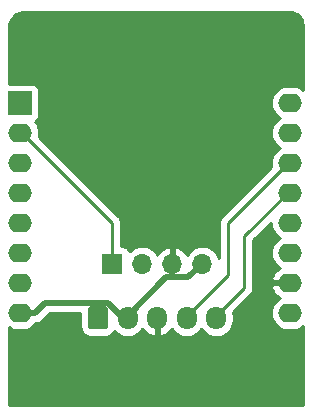
<source format=gbr>
G04 #@! TF.GenerationSoftware,KiCad,Pcbnew,(5.1.0-0)*
G04 #@! TF.CreationDate,2019-06-12T19:17:28-07:00*
G04 #@! TF.ProjectId,d1_mini_lite_sapflow_ti,64315f6d-696e-4695-9f6c-6974655f7361,rev?*
G04 #@! TF.SameCoordinates,Original*
G04 #@! TF.FileFunction,Copper,L1,Top*
G04 #@! TF.FilePolarity,Positive*
%FSLAX46Y46*%
G04 Gerber Fmt 4.6, Leading zero omitted, Abs format (unit mm)*
G04 Created by KiCad (PCBNEW (5.1.0-0)) date 2019-06-12 19:17:28*
%MOMM*%
%LPD*%
G04 APERTURE LIST*
%ADD10O,2.000000X1.600000*%
%ADD11R,2.000000X2.000000*%
%ADD12C,0.100000*%
%ADD13C,1.700000*%
%ADD14O,1.700000X1.950000*%
%ADD15R,1.700000X1.700000*%
%ADD16O,1.700000X1.700000*%
%ADD17C,0.250000*%
%ADD18C,0.500000*%
%ADD19C,0.254000*%
G04 APERTURE END LIST*
D10*
X126000000Y-115540000D03*
D11*
X126000000Y-113000000D03*
D10*
X126000000Y-118080000D03*
X126000000Y-120620000D03*
X126000000Y-123160000D03*
X126000000Y-125700000D03*
X126000000Y-128240000D03*
X126000000Y-130780000D03*
X148860000Y-130780000D03*
X148860000Y-128240000D03*
X148860000Y-125700000D03*
X148860000Y-123160000D03*
X148860000Y-120620000D03*
X148860000Y-118080000D03*
X148860000Y-115540000D03*
X148860000Y-113000000D03*
D12*
G36*
X133224504Y-130226204D02*
G01*
X133248773Y-130229804D01*
X133272571Y-130235765D01*
X133295671Y-130244030D01*
X133317849Y-130254520D01*
X133338893Y-130267133D01*
X133358598Y-130281747D01*
X133376777Y-130298223D01*
X133393253Y-130316402D01*
X133407867Y-130336107D01*
X133420480Y-130357151D01*
X133430970Y-130379329D01*
X133439235Y-130402429D01*
X133445196Y-130426227D01*
X133448796Y-130450496D01*
X133450000Y-130475000D01*
X133450000Y-131925000D01*
X133448796Y-131949504D01*
X133445196Y-131973773D01*
X133439235Y-131997571D01*
X133430970Y-132020671D01*
X133420480Y-132042849D01*
X133407867Y-132063893D01*
X133393253Y-132083598D01*
X133376777Y-132101777D01*
X133358598Y-132118253D01*
X133338893Y-132132867D01*
X133317849Y-132145480D01*
X133295671Y-132155970D01*
X133272571Y-132164235D01*
X133248773Y-132170196D01*
X133224504Y-132173796D01*
X133200000Y-132175000D01*
X132000000Y-132175000D01*
X131975496Y-132173796D01*
X131951227Y-132170196D01*
X131927429Y-132164235D01*
X131904329Y-132155970D01*
X131882151Y-132145480D01*
X131861107Y-132132867D01*
X131841402Y-132118253D01*
X131823223Y-132101777D01*
X131806747Y-132083598D01*
X131792133Y-132063893D01*
X131779520Y-132042849D01*
X131769030Y-132020671D01*
X131760765Y-131997571D01*
X131754804Y-131973773D01*
X131751204Y-131949504D01*
X131750000Y-131925000D01*
X131750000Y-130475000D01*
X131751204Y-130450496D01*
X131754804Y-130426227D01*
X131760765Y-130402429D01*
X131769030Y-130379329D01*
X131779520Y-130357151D01*
X131792133Y-130336107D01*
X131806747Y-130316402D01*
X131823223Y-130298223D01*
X131841402Y-130281747D01*
X131861107Y-130267133D01*
X131882151Y-130254520D01*
X131904329Y-130244030D01*
X131927429Y-130235765D01*
X131951227Y-130229804D01*
X131975496Y-130226204D01*
X132000000Y-130225000D01*
X133200000Y-130225000D01*
X133224504Y-130226204D01*
X133224504Y-130226204D01*
G37*
D13*
X132600000Y-131200000D03*
D14*
X135100000Y-131200000D03*
X137600000Y-131200000D03*
X140100000Y-131200000D03*
X142600000Y-131200000D03*
D15*
X133800000Y-126600000D03*
D16*
X136340000Y-126600000D03*
X138880000Y-126600000D03*
X141420000Y-126600000D03*
D17*
X126200000Y-115540000D02*
X126000000Y-115540000D01*
X133800000Y-123140000D02*
X126200000Y-115540000D01*
X133800000Y-126600000D02*
X133800000Y-123140000D01*
X142600000Y-131075000D02*
X145000000Y-128675000D01*
X142600000Y-131200000D02*
X142600000Y-131075000D01*
X148660000Y-120620000D02*
X148860000Y-120620000D01*
X145000000Y-124280000D02*
X148660000Y-120620000D01*
X145000000Y-128675000D02*
X145000000Y-124280000D01*
X148660000Y-118080000D02*
X143600000Y-123140000D01*
X148860000Y-118080000D02*
X148660000Y-118080000D01*
X143600000Y-127575000D02*
X140100000Y-131075000D01*
X140100000Y-131075000D02*
X140100000Y-131200000D01*
X143600000Y-123140000D02*
X143600000Y-127575000D01*
X135100000Y-131075000D02*
X135100000Y-131200000D01*
D18*
X138399999Y-127775001D02*
X135100000Y-131075000D01*
X140244999Y-127775001D02*
X138399999Y-127775001D01*
X141420000Y-126600000D02*
X140244999Y-127775001D01*
X127250000Y-130780000D02*
X126000000Y-130780000D01*
X133438180Y-129899990D02*
X128130010Y-129899990D01*
X134738190Y-131200000D02*
X133438180Y-129899990D01*
X128130010Y-129899990D02*
X127250000Y-130780000D01*
D17*
X135100000Y-131200000D02*
X134738190Y-131200000D01*
D19*
G36*
X147218057Y-123160000D02*
G01*
X147245764Y-123441309D01*
X147327818Y-123711808D01*
X147461068Y-123961101D01*
X147640392Y-124179608D01*
X147858899Y-124358932D01*
X147991858Y-124430000D01*
X147858899Y-124501068D01*
X147640392Y-124680392D01*
X147461068Y-124898899D01*
X147327818Y-125148192D01*
X147245764Y-125418691D01*
X147218057Y-125700000D01*
X147245764Y-125981309D01*
X147327818Y-126251808D01*
X147461068Y-126501101D01*
X147640392Y-126719608D01*
X147858899Y-126898932D01*
X147988345Y-126968122D01*
X147970773Y-126975570D01*
X147737338Y-127134327D01*
X147539361Y-127335575D01*
X147384449Y-127571579D01*
X147278556Y-127833270D01*
X147268096Y-127890961D01*
X147390085Y-128113000D01*
X148733000Y-128113000D01*
X148733000Y-128093000D01*
X148987000Y-128093000D01*
X148987000Y-128113000D01*
X149007000Y-128113000D01*
X149007000Y-128367000D01*
X148987000Y-128367000D01*
X148987000Y-128387000D01*
X148733000Y-128387000D01*
X148733000Y-128367000D01*
X147390085Y-128367000D01*
X147268096Y-128589039D01*
X147278556Y-128646730D01*
X147384449Y-128908421D01*
X147539361Y-129144425D01*
X147737338Y-129345673D01*
X147970773Y-129504430D01*
X147988345Y-129511878D01*
X147858899Y-129581068D01*
X147640392Y-129760392D01*
X147461068Y-129978899D01*
X147327818Y-130228192D01*
X147245764Y-130498691D01*
X147218057Y-130780000D01*
X147245764Y-131061309D01*
X147327818Y-131331808D01*
X147461068Y-131581101D01*
X147640392Y-131799608D01*
X147858899Y-131978932D01*
X148108192Y-132112182D01*
X148378691Y-132194236D01*
X148589508Y-132215000D01*
X149130492Y-132215000D01*
X149341309Y-132194236D01*
X149611808Y-132112182D01*
X149861101Y-131978932D01*
X149940001Y-131914181D01*
X149940001Y-138540000D01*
X125060000Y-138540000D01*
X125060000Y-132011591D01*
X125248192Y-132112182D01*
X125518691Y-132194236D01*
X125729508Y-132215000D01*
X126270492Y-132215000D01*
X126481309Y-132194236D01*
X126751808Y-132112182D01*
X127001101Y-131978932D01*
X127219608Y-131799608D01*
X127333296Y-131661078D01*
X127423490Y-131652195D01*
X127590313Y-131601589D01*
X127744059Y-131519411D01*
X127878817Y-131408817D01*
X127906534Y-131375044D01*
X128496589Y-130784990D01*
X131111928Y-130784990D01*
X131111928Y-131925000D01*
X131128992Y-132098254D01*
X131179528Y-132264850D01*
X131261595Y-132418386D01*
X131372038Y-132552962D01*
X131506614Y-132663405D01*
X131660150Y-132745472D01*
X131826746Y-132796008D01*
X132000000Y-132813072D01*
X133200000Y-132813072D01*
X133373254Y-132796008D01*
X133539850Y-132745472D01*
X133693386Y-132663405D01*
X133827962Y-132552962D01*
X133938405Y-132418386D01*
X133992777Y-132316663D01*
X134044866Y-132380134D01*
X134270987Y-132565706D01*
X134528967Y-132703599D01*
X134808890Y-132788513D01*
X135100000Y-132817185D01*
X135391111Y-132788513D01*
X135671034Y-132703599D01*
X135929014Y-132565706D01*
X136155134Y-132380134D01*
X136340706Y-132154014D01*
X136354462Y-132128278D01*
X136510951Y-132334429D01*
X136728807Y-132527496D01*
X136980142Y-132674352D01*
X137243110Y-132766476D01*
X137473000Y-132645155D01*
X137473000Y-131327000D01*
X137453000Y-131327000D01*
X137453000Y-131073000D01*
X137473000Y-131073000D01*
X137473000Y-131053000D01*
X137727000Y-131053000D01*
X137727000Y-131073000D01*
X137747000Y-131073000D01*
X137747000Y-131327000D01*
X137727000Y-131327000D01*
X137727000Y-132645155D01*
X137956890Y-132766476D01*
X138219858Y-132674352D01*
X138471193Y-132527496D01*
X138689049Y-132334429D01*
X138845538Y-132128278D01*
X138859294Y-132154014D01*
X139044866Y-132380134D01*
X139270987Y-132565706D01*
X139528967Y-132703599D01*
X139808890Y-132788513D01*
X140100000Y-132817185D01*
X140391111Y-132788513D01*
X140671034Y-132703599D01*
X140929014Y-132565706D01*
X141155134Y-132380134D01*
X141340706Y-132154014D01*
X141350000Y-132136626D01*
X141359294Y-132154014D01*
X141544866Y-132380134D01*
X141770987Y-132565706D01*
X142028967Y-132703599D01*
X142308890Y-132788513D01*
X142600000Y-132817185D01*
X142891111Y-132788513D01*
X143171034Y-132703599D01*
X143429014Y-132565706D01*
X143655134Y-132380134D01*
X143840706Y-132154014D01*
X143978599Y-131896033D01*
X144063513Y-131616110D01*
X144085000Y-131397949D01*
X144085000Y-131002050D01*
X144063513Y-130783889D01*
X144040797Y-130709004D01*
X145511004Y-129238798D01*
X145540001Y-129215001D01*
X145634974Y-129099276D01*
X145705546Y-128967247D01*
X145749003Y-128823986D01*
X145760000Y-128712333D01*
X145760000Y-128712332D01*
X145763677Y-128675000D01*
X145760000Y-128637667D01*
X145760000Y-124594801D01*
X147220598Y-123134204D01*
X147218057Y-123160000D01*
X147218057Y-123160000D01*
G37*
X147218057Y-123160000D02*
X147245764Y-123441309D01*
X147327818Y-123711808D01*
X147461068Y-123961101D01*
X147640392Y-124179608D01*
X147858899Y-124358932D01*
X147991858Y-124430000D01*
X147858899Y-124501068D01*
X147640392Y-124680392D01*
X147461068Y-124898899D01*
X147327818Y-125148192D01*
X147245764Y-125418691D01*
X147218057Y-125700000D01*
X147245764Y-125981309D01*
X147327818Y-126251808D01*
X147461068Y-126501101D01*
X147640392Y-126719608D01*
X147858899Y-126898932D01*
X147988345Y-126968122D01*
X147970773Y-126975570D01*
X147737338Y-127134327D01*
X147539361Y-127335575D01*
X147384449Y-127571579D01*
X147278556Y-127833270D01*
X147268096Y-127890961D01*
X147390085Y-128113000D01*
X148733000Y-128113000D01*
X148733000Y-128093000D01*
X148987000Y-128093000D01*
X148987000Y-128113000D01*
X149007000Y-128113000D01*
X149007000Y-128367000D01*
X148987000Y-128367000D01*
X148987000Y-128387000D01*
X148733000Y-128387000D01*
X148733000Y-128367000D01*
X147390085Y-128367000D01*
X147268096Y-128589039D01*
X147278556Y-128646730D01*
X147384449Y-128908421D01*
X147539361Y-129144425D01*
X147737338Y-129345673D01*
X147970773Y-129504430D01*
X147988345Y-129511878D01*
X147858899Y-129581068D01*
X147640392Y-129760392D01*
X147461068Y-129978899D01*
X147327818Y-130228192D01*
X147245764Y-130498691D01*
X147218057Y-130780000D01*
X147245764Y-131061309D01*
X147327818Y-131331808D01*
X147461068Y-131581101D01*
X147640392Y-131799608D01*
X147858899Y-131978932D01*
X148108192Y-132112182D01*
X148378691Y-132194236D01*
X148589508Y-132215000D01*
X149130492Y-132215000D01*
X149341309Y-132194236D01*
X149611808Y-132112182D01*
X149861101Y-131978932D01*
X149940001Y-131914181D01*
X149940001Y-138540000D01*
X125060000Y-138540000D01*
X125060000Y-132011591D01*
X125248192Y-132112182D01*
X125518691Y-132194236D01*
X125729508Y-132215000D01*
X126270492Y-132215000D01*
X126481309Y-132194236D01*
X126751808Y-132112182D01*
X127001101Y-131978932D01*
X127219608Y-131799608D01*
X127333296Y-131661078D01*
X127423490Y-131652195D01*
X127590313Y-131601589D01*
X127744059Y-131519411D01*
X127878817Y-131408817D01*
X127906534Y-131375044D01*
X128496589Y-130784990D01*
X131111928Y-130784990D01*
X131111928Y-131925000D01*
X131128992Y-132098254D01*
X131179528Y-132264850D01*
X131261595Y-132418386D01*
X131372038Y-132552962D01*
X131506614Y-132663405D01*
X131660150Y-132745472D01*
X131826746Y-132796008D01*
X132000000Y-132813072D01*
X133200000Y-132813072D01*
X133373254Y-132796008D01*
X133539850Y-132745472D01*
X133693386Y-132663405D01*
X133827962Y-132552962D01*
X133938405Y-132418386D01*
X133992777Y-132316663D01*
X134044866Y-132380134D01*
X134270987Y-132565706D01*
X134528967Y-132703599D01*
X134808890Y-132788513D01*
X135100000Y-132817185D01*
X135391111Y-132788513D01*
X135671034Y-132703599D01*
X135929014Y-132565706D01*
X136155134Y-132380134D01*
X136340706Y-132154014D01*
X136354462Y-132128278D01*
X136510951Y-132334429D01*
X136728807Y-132527496D01*
X136980142Y-132674352D01*
X137243110Y-132766476D01*
X137473000Y-132645155D01*
X137473000Y-131327000D01*
X137453000Y-131327000D01*
X137453000Y-131073000D01*
X137473000Y-131073000D01*
X137473000Y-131053000D01*
X137727000Y-131053000D01*
X137727000Y-131073000D01*
X137747000Y-131073000D01*
X137747000Y-131327000D01*
X137727000Y-131327000D01*
X137727000Y-132645155D01*
X137956890Y-132766476D01*
X138219858Y-132674352D01*
X138471193Y-132527496D01*
X138689049Y-132334429D01*
X138845538Y-132128278D01*
X138859294Y-132154014D01*
X139044866Y-132380134D01*
X139270987Y-132565706D01*
X139528967Y-132703599D01*
X139808890Y-132788513D01*
X140100000Y-132817185D01*
X140391111Y-132788513D01*
X140671034Y-132703599D01*
X140929014Y-132565706D01*
X141155134Y-132380134D01*
X141340706Y-132154014D01*
X141350000Y-132136626D01*
X141359294Y-132154014D01*
X141544866Y-132380134D01*
X141770987Y-132565706D01*
X142028967Y-132703599D01*
X142308890Y-132788513D01*
X142600000Y-132817185D01*
X142891111Y-132788513D01*
X143171034Y-132703599D01*
X143429014Y-132565706D01*
X143655134Y-132380134D01*
X143840706Y-132154014D01*
X143978599Y-131896033D01*
X144063513Y-131616110D01*
X144085000Y-131397949D01*
X144085000Y-131002050D01*
X144063513Y-130783889D01*
X144040797Y-130709004D01*
X145511004Y-129238798D01*
X145540001Y-129215001D01*
X145634974Y-129099276D01*
X145705546Y-128967247D01*
X145749003Y-128823986D01*
X145760000Y-128712333D01*
X145760000Y-128712332D01*
X145763677Y-128675000D01*
X145760000Y-128637667D01*
X145760000Y-124594801D01*
X147220598Y-123134204D01*
X147218057Y-123160000D01*
G36*
X149020813Y-105284816D02*
G01*
X149233215Y-105348944D01*
X149429115Y-105453106D01*
X149601053Y-105593335D01*
X149742480Y-105764292D01*
X149848007Y-105959459D01*
X149913615Y-106171408D01*
X149940000Y-106422438D01*
X149940000Y-111865819D01*
X149861101Y-111801068D01*
X149611808Y-111667818D01*
X149341309Y-111585764D01*
X149130492Y-111565000D01*
X148589508Y-111565000D01*
X148378691Y-111585764D01*
X148108192Y-111667818D01*
X147858899Y-111801068D01*
X147640392Y-111980392D01*
X147461068Y-112198899D01*
X147327818Y-112448192D01*
X147245764Y-112718691D01*
X147218057Y-113000000D01*
X147245764Y-113281309D01*
X147327818Y-113551808D01*
X147461068Y-113801101D01*
X147640392Y-114019608D01*
X147858899Y-114198932D01*
X147991858Y-114270000D01*
X147858899Y-114341068D01*
X147640392Y-114520392D01*
X147461068Y-114738899D01*
X147327818Y-114988192D01*
X147245764Y-115258691D01*
X147218057Y-115540000D01*
X147245764Y-115821309D01*
X147327818Y-116091808D01*
X147461068Y-116341101D01*
X147640392Y-116559608D01*
X147858899Y-116738932D01*
X147991858Y-116810000D01*
X147858899Y-116881068D01*
X147640392Y-117060392D01*
X147461068Y-117278899D01*
X147327818Y-117528192D01*
X147245764Y-117798691D01*
X147218057Y-118080000D01*
X147245764Y-118361309D01*
X147259292Y-118405906D01*
X143089003Y-122576196D01*
X143059999Y-122599999D01*
X143004871Y-122667174D01*
X142965026Y-122715724D01*
X142894455Y-122847753D01*
X142894454Y-122847754D01*
X142850997Y-122991015D01*
X142840000Y-123102668D01*
X142840000Y-123102678D01*
X142836324Y-123140000D01*
X142840000Y-123177323D01*
X142840001Y-126165449D01*
X142798599Y-126028966D01*
X142660706Y-125770986D01*
X142475134Y-125544866D01*
X142249014Y-125359294D01*
X141991034Y-125221401D01*
X141711111Y-125136487D01*
X141492950Y-125115000D01*
X141347050Y-125115000D01*
X141128889Y-125136487D01*
X140848966Y-125221401D01*
X140590986Y-125359294D01*
X140364866Y-125544866D01*
X140179294Y-125770986D01*
X140144799Y-125835523D01*
X140075178Y-125718645D01*
X139880269Y-125502412D01*
X139646920Y-125328359D01*
X139384099Y-125203175D01*
X139236890Y-125158524D01*
X139007000Y-125279845D01*
X139007000Y-126473000D01*
X139027000Y-126473000D01*
X139027000Y-126727000D01*
X139007000Y-126727000D01*
X139007000Y-126747000D01*
X138753000Y-126747000D01*
X138753000Y-126727000D01*
X138733000Y-126727000D01*
X138733000Y-126473000D01*
X138753000Y-126473000D01*
X138753000Y-125279845D01*
X138523110Y-125158524D01*
X138375901Y-125203175D01*
X138113080Y-125328359D01*
X137879731Y-125502412D01*
X137684822Y-125718645D01*
X137615201Y-125835523D01*
X137580706Y-125770986D01*
X137395134Y-125544866D01*
X137169014Y-125359294D01*
X136911034Y-125221401D01*
X136631111Y-125136487D01*
X136412950Y-125115000D01*
X136267050Y-125115000D01*
X136048889Y-125136487D01*
X135768966Y-125221401D01*
X135510986Y-125359294D01*
X135284866Y-125544866D01*
X135260393Y-125574687D01*
X135239502Y-125505820D01*
X135180537Y-125395506D01*
X135101185Y-125298815D01*
X135004494Y-125219463D01*
X134894180Y-125160498D01*
X134774482Y-125124188D01*
X134650000Y-125111928D01*
X134560000Y-125111928D01*
X134560000Y-123177322D01*
X134563676Y-123139999D01*
X134560000Y-123102676D01*
X134560000Y-123102667D01*
X134549003Y-122991014D01*
X134505546Y-122847753D01*
X134434975Y-122715725D01*
X134434974Y-122715723D01*
X134363799Y-122628997D01*
X134340001Y-122599999D01*
X134311003Y-122576201D01*
X127600708Y-115865907D01*
X127614236Y-115821309D01*
X127641943Y-115540000D01*
X127614236Y-115258691D01*
X127532182Y-114988192D01*
X127398932Y-114738899D01*
X127266524Y-114577559D01*
X127354494Y-114530537D01*
X127451185Y-114451185D01*
X127530537Y-114354494D01*
X127589502Y-114244180D01*
X127625812Y-114124482D01*
X127638072Y-114000000D01*
X127638072Y-112000000D01*
X127625812Y-111875518D01*
X127589502Y-111755820D01*
X127530537Y-111645506D01*
X127451185Y-111548815D01*
X127354494Y-111469463D01*
X127244180Y-111410498D01*
X127124482Y-111374188D01*
X127000000Y-111361928D01*
X125060000Y-111361928D01*
X125060000Y-106632279D01*
X125088625Y-106340341D01*
X125164035Y-106090571D01*
X125286522Y-105860208D01*
X125451422Y-105658020D01*
X125652450Y-105491714D01*
X125881954Y-105367622D01*
X126131195Y-105290469D01*
X126421088Y-105260000D01*
X148767721Y-105260000D01*
X149020813Y-105284816D01*
X149020813Y-105284816D01*
G37*
X149020813Y-105284816D02*
X149233215Y-105348944D01*
X149429115Y-105453106D01*
X149601053Y-105593335D01*
X149742480Y-105764292D01*
X149848007Y-105959459D01*
X149913615Y-106171408D01*
X149940000Y-106422438D01*
X149940000Y-111865819D01*
X149861101Y-111801068D01*
X149611808Y-111667818D01*
X149341309Y-111585764D01*
X149130492Y-111565000D01*
X148589508Y-111565000D01*
X148378691Y-111585764D01*
X148108192Y-111667818D01*
X147858899Y-111801068D01*
X147640392Y-111980392D01*
X147461068Y-112198899D01*
X147327818Y-112448192D01*
X147245764Y-112718691D01*
X147218057Y-113000000D01*
X147245764Y-113281309D01*
X147327818Y-113551808D01*
X147461068Y-113801101D01*
X147640392Y-114019608D01*
X147858899Y-114198932D01*
X147991858Y-114270000D01*
X147858899Y-114341068D01*
X147640392Y-114520392D01*
X147461068Y-114738899D01*
X147327818Y-114988192D01*
X147245764Y-115258691D01*
X147218057Y-115540000D01*
X147245764Y-115821309D01*
X147327818Y-116091808D01*
X147461068Y-116341101D01*
X147640392Y-116559608D01*
X147858899Y-116738932D01*
X147991858Y-116810000D01*
X147858899Y-116881068D01*
X147640392Y-117060392D01*
X147461068Y-117278899D01*
X147327818Y-117528192D01*
X147245764Y-117798691D01*
X147218057Y-118080000D01*
X147245764Y-118361309D01*
X147259292Y-118405906D01*
X143089003Y-122576196D01*
X143059999Y-122599999D01*
X143004871Y-122667174D01*
X142965026Y-122715724D01*
X142894455Y-122847753D01*
X142894454Y-122847754D01*
X142850997Y-122991015D01*
X142840000Y-123102668D01*
X142840000Y-123102678D01*
X142836324Y-123140000D01*
X142840000Y-123177323D01*
X142840001Y-126165449D01*
X142798599Y-126028966D01*
X142660706Y-125770986D01*
X142475134Y-125544866D01*
X142249014Y-125359294D01*
X141991034Y-125221401D01*
X141711111Y-125136487D01*
X141492950Y-125115000D01*
X141347050Y-125115000D01*
X141128889Y-125136487D01*
X140848966Y-125221401D01*
X140590986Y-125359294D01*
X140364866Y-125544866D01*
X140179294Y-125770986D01*
X140144799Y-125835523D01*
X140075178Y-125718645D01*
X139880269Y-125502412D01*
X139646920Y-125328359D01*
X139384099Y-125203175D01*
X139236890Y-125158524D01*
X139007000Y-125279845D01*
X139007000Y-126473000D01*
X139027000Y-126473000D01*
X139027000Y-126727000D01*
X139007000Y-126727000D01*
X139007000Y-126747000D01*
X138753000Y-126747000D01*
X138753000Y-126727000D01*
X138733000Y-126727000D01*
X138733000Y-126473000D01*
X138753000Y-126473000D01*
X138753000Y-125279845D01*
X138523110Y-125158524D01*
X138375901Y-125203175D01*
X138113080Y-125328359D01*
X137879731Y-125502412D01*
X137684822Y-125718645D01*
X137615201Y-125835523D01*
X137580706Y-125770986D01*
X137395134Y-125544866D01*
X137169014Y-125359294D01*
X136911034Y-125221401D01*
X136631111Y-125136487D01*
X136412950Y-125115000D01*
X136267050Y-125115000D01*
X136048889Y-125136487D01*
X135768966Y-125221401D01*
X135510986Y-125359294D01*
X135284866Y-125544866D01*
X135260393Y-125574687D01*
X135239502Y-125505820D01*
X135180537Y-125395506D01*
X135101185Y-125298815D01*
X135004494Y-125219463D01*
X134894180Y-125160498D01*
X134774482Y-125124188D01*
X134650000Y-125111928D01*
X134560000Y-125111928D01*
X134560000Y-123177322D01*
X134563676Y-123139999D01*
X134560000Y-123102676D01*
X134560000Y-123102667D01*
X134549003Y-122991014D01*
X134505546Y-122847753D01*
X134434975Y-122715725D01*
X134434974Y-122715723D01*
X134363799Y-122628997D01*
X134340001Y-122599999D01*
X134311003Y-122576201D01*
X127600708Y-115865907D01*
X127614236Y-115821309D01*
X127641943Y-115540000D01*
X127614236Y-115258691D01*
X127532182Y-114988192D01*
X127398932Y-114738899D01*
X127266524Y-114577559D01*
X127354494Y-114530537D01*
X127451185Y-114451185D01*
X127530537Y-114354494D01*
X127589502Y-114244180D01*
X127625812Y-114124482D01*
X127638072Y-114000000D01*
X127638072Y-112000000D01*
X127625812Y-111875518D01*
X127589502Y-111755820D01*
X127530537Y-111645506D01*
X127451185Y-111548815D01*
X127354494Y-111469463D01*
X127244180Y-111410498D01*
X127124482Y-111374188D01*
X127000000Y-111361928D01*
X125060000Y-111361928D01*
X125060000Y-106632279D01*
X125088625Y-106340341D01*
X125164035Y-106090571D01*
X125286522Y-105860208D01*
X125451422Y-105658020D01*
X125652450Y-105491714D01*
X125881954Y-105367622D01*
X126131195Y-105290469D01*
X126421088Y-105260000D01*
X148767721Y-105260000D01*
X149020813Y-105284816D01*
M02*

</source>
